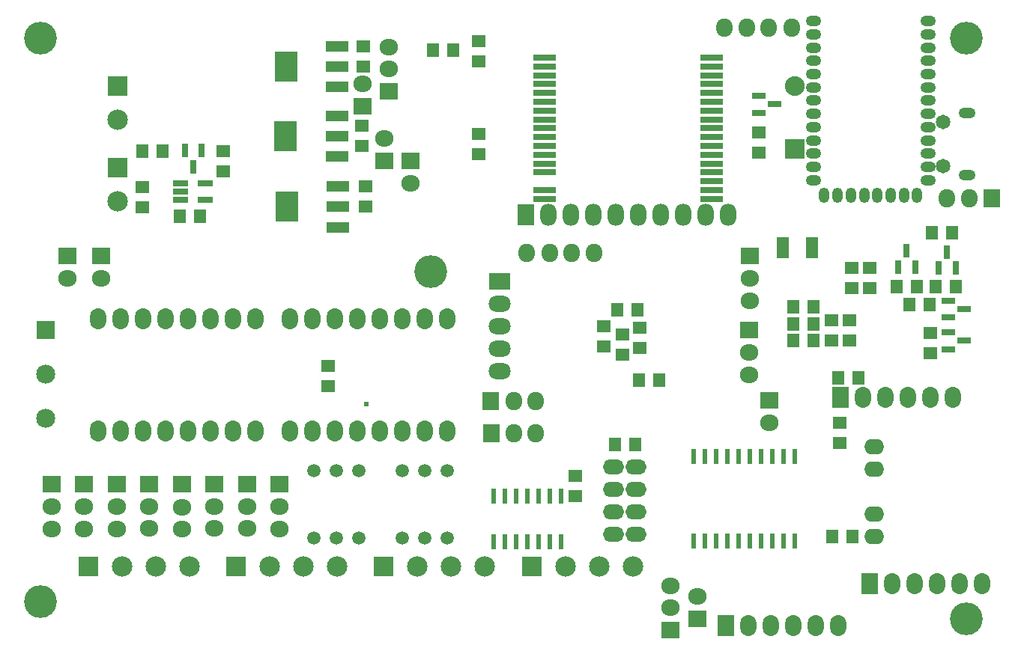
<source format=gbs>
G04*
G04 #@! TF.GenerationSoftware,Altium Limited,Altium Designer,18.1.6 (161)*
G04*
G04 Layer_Color=16711935*
%FSTAX24Y24*%
%MOIN*%
G70*
G01*
G75*
%ADD45R,0.0580X0.0630*%
%ADD47R,0.0630X0.0580*%
%ADD56O,0.0880X0.0680*%
%ADD58O,0.0480X0.0680*%
%ADD59O,0.0680X0.0480*%
%ADD63R,0.0230X0.0230*%
%ADD64R,0.0830X0.0730*%
%ADD65O,0.0830X0.0730*%
%ADD66C,0.1460*%
%ADD67R,0.0730X0.0930*%
%ADD68O,0.0730X0.0930*%
%ADD69R,0.0907X0.0907*%
%ADD70C,0.0907*%
%ADD71O,0.0730X0.0830*%
%ADD72R,0.0730X0.0830*%
%ADD73C,0.0592*%
%ADD74O,0.0940X0.0680*%
%ADD75O,0.0730X0.0980*%
%ADD76R,0.0730X0.0980*%
%ADD77O,0.0980X0.0730*%
%ADD78R,0.0980X0.0730*%
%ADD79C,0.0848*%
%ADD80R,0.0848X0.0848*%
%ADD81R,0.0907X0.0907*%
%ADD82C,0.0880*%
%ADD83R,0.0880X0.0880*%
%ADD84O,0.0750X0.0480*%
%ADD85C,0.0320*%
%ADD86C,0.0650*%
%ADD117R,0.0210X0.0710*%
%ADD118R,0.0210X0.0670*%
%ADD122R,0.1000X0.0256*%
%ADD123R,0.0300X0.0600*%
%ADD124R,0.0600X0.0300*%
%ADD125R,0.0580X0.0950*%
%ADD126R,0.0680X0.0290*%
%ADD127R,0.1025X0.1379*%
%ADD128R,0.1025X0.0474*%
D45*
X05285Y03543D02*
D03*
X05375D02*
D03*
X05394Y033014D02*
D03*
X05304D02*
D03*
X05185Y03221D02*
D03*
X05275D02*
D03*
X047578Y032104D02*
D03*
X046678D02*
D03*
X047578Y031354D02*
D03*
X046678D02*
D03*
X04871Y02894D02*
D03*
X04961D02*
D03*
X04934Y02187D02*
D03*
X04844D02*
D03*
X039747Y03197D02*
D03*
X038847D02*
D03*
X03965Y025969D02*
D03*
X03875D02*
D03*
X020289Y036146D02*
D03*
X019389D02*
D03*
X03155Y043546D02*
D03*
X03065D02*
D03*
X039818Y028844D02*
D03*
X040718D02*
D03*
X018639Y039046D02*
D03*
X017739D02*
D03*
X047578Y030604D02*
D03*
X046678D02*
D03*
X05129Y033014D02*
D03*
X05219D02*
D03*
D47*
X05279Y030954D02*
D03*
Y030054D02*
D03*
X04929Y033864D02*
D03*
Y032964D02*
D03*
X05009Y033864D02*
D03*
Y032964D02*
D03*
X04877Y02695D02*
D03*
Y02605D02*
D03*
X03825Y031244D02*
D03*
Y030344D02*
D03*
X03909Y029994D02*
D03*
Y030894D02*
D03*
X039865Y030289D02*
D03*
Y031189D02*
D03*
X037Y02367D02*
D03*
Y02457D02*
D03*
X02601Y02858D02*
D03*
Y02948D02*
D03*
X017739Y037446D02*
D03*
Y036546D02*
D03*
X02748Y03929D02*
D03*
Y04019D02*
D03*
X02765Y03657D02*
D03*
Y03747D02*
D03*
X02755Y04372D02*
D03*
Y04282D02*
D03*
X0327Y043946D02*
D03*
Y043046D02*
D03*
X032687Y03892D02*
D03*
Y03982D02*
D03*
X045164Y039D02*
D03*
Y0399D02*
D03*
X021339Y038146D02*
D03*
Y039046D02*
D03*
X048381Y031504D02*
D03*
Y030604D02*
D03*
X04919Y031504D02*
D03*
Y030604D02*
D03*
D56*
X0503Y02187D02*
D03*
Y02287D02*
D03*
Y02487D02*
D03*
Y02587D02*
D03*
D58*
X052208Y03707D02*
D03*
X051617D02*
D03*
X051027D02*
D03*
X050436D02*
D03*
X049846D02*
D03*
X049255D02*
D03*
X048665D02*
D03*
X048074D02*
D03*
D59*
X0527Y044846D02*
D03*
Y044255D02*
D03*
Y043664D02*
D03*
Y043074D02*
D03*
Y042483D02*
D03*
Y041893D02*
D03*
Y041302D02*
D03*
Y040712D02*
D03*
Y040121D02*
D03*
Y039531D02*
D03*
Y03894D02*
D03*
Y03835D02*
D03*
Y037759D02*
D03*
X047582D02*
D03*
Y03835D02*
D03*
Y03894D02*
D03*
Y039531D02*
D03*
Y040121D02*
D03*
Y040712D02*
D03*
Y041302D02*
D03*
Y041893D02*
D03*
Y042483D02*
D03*
Y043074D02*
D03*
Y043664D02*
D03*
Y044255D02*
D03*
Y044846D02*
D03*
D63*
X02771Y02778D02*
D03*
D64*
X02383Y02422D02*
D03*
X02238Y02423D02*
D03*
X02093D02*
D03*
X01948Y02421D02*
D03*
X01803Y02423D02*
D03*
X01659Y02422D02*
D03*
X01513Y02422D02*
D03*
X01368D02*
D03*
X04243Y01822D02*
D03*
X04124Y01771D02*
D03*
X01591Y03439D02*
D03*
X01441D02*
D03*
X02754Y04104D02*
D03*
X0287Y04171D02*
D03*
X0285Y03862D02*
D03*
X02965D02*
D03*
X04475Y03438D02*
D03*
X04474Y03109D02*
D03*
X04562Y02795D02*
D03*
D65*
X02383Y02321D02*
D03*
Y02223D02*
D03*
X02238Y02322D02*
D03*
Y02224D02*
D03*
X02093D02*
D03*
Y02322D02*
D03*
X01948Y02222D02*
D03*
Y0232D02*
D03*
X01803Y02224D02*
D03*
Y02322D02*
D03*
X01659Y02223D02*
D03*
Y02321D02*
D03*
X01513Y02223D02*
D03*
Y02321D02*
D03*
X01368D02*
D03*
Y02223D02*
D03*
X04243Y01923D02*
D03*
X04124Y0197D02*
D03*
Y01872D02*
D03*
X01591Y03338D02*
D03*
X01441D02*
D03*
X02754Y04205D02*
D03*
X0287Y0437D02*
D03*
Y04272D02*
D03*
X0285Y03963D02*
D03*
X02965Y03761D02*
D03*
X04475Y03239D02*
D03*
Y03337D02*
D03*
X04474Y03008D02*
D03*
Y0291D02*
D03*
X04562Y02694D02*
D03*
D66*
X03055Y0337D02*
D03*
X0544Y0441D02*
D03*
X01321D02*
D03*
Y01899D02*
D03*
X0544Y01822D02*
D03*
D67*
X0437Y01791D02*
D03*
X04879Y02807D02*
D03*
X05008Y01977D02*
D03*
D68*
X0447Y01791D02*
D03*
X0457D02*
D03*
X0467D02*
D03*
X0477D02*
D03*
X0487D02*
D03*
X05379Y02807D02*
D03*
X05279D02*
D03*
X05179D02*
D03*
X05079D02*
D03*
X04979D02*
D03*
X05508Y01977D02*
D03*
X05308D02*
D03*
X05208D02*
D03*
X05108D02*
D03*
X05408D02*
D03*
X02431Y02658D02*
D03*
X02531D02*
D03*
X02631D02*
D03*
X02731D02*
D03*
X02831D02*
D03*
X02931D02*
D03*
X03031D02*
D03*
X03131D02*
D03*
Y03158D02*
D03*
X03031D02*
D03*
X02931D02*
D03*
X02831D02*
D03*
X02731D02*
D03*
X02631D02*
D03*
X02531D02*
D03*
X02431D02*
D03*
X01576Y02658D02*
D03*
X01676D02*
D03*
X01776D02*
D03*
X01876D02*
D03*
X01976D02*
D03*
X02076D02*
D03*
X02176D02*
D03*
X02276D02*
D03*
Y03158D02*
D03*
X02176D02*
D03*
X02076D02*
D03*
X01976D02*
D03*
X01876D02*
D03*
X01776D02*
D03*
X01676D02*
D03*
X01576D02*
D03*
D69*
X02189Y020539D02*
D03*
X01532D02*
D03*
X02847D02*
D03*
X03505D02*
D03*
D70*
X02339D02*
D03*
X02489D02*
D03*
X02639D02*
D03*
X01982D02*
D03*
X01832D02*
D03*
X01682D02*
D03*
X02997D02*
D03*
X03147D02*
D03*
X03297D02*
D03*
X03655D02*
D03*
X03805D02*
D03*
X03955D02*
D03*
X01664Y036834D02*
D03*
Y04045D02*
D03*
D71*
X03523Y02793D02*
D03*
X03425D02*
D03*
X03524Y02649D02*
D03*
X03426D02*
D03*
X03784Y03452D02*
D03*
X03683D02*
D03*
X03585D02*
D03*
X03484D02*
D03*
X04662Y04454D02*
D03*
X04561D02*
D03*
X04463D02*
D03*
X04362D02*
D03*
X05354Y03696D02*
D03*
X05452D02*
D03*
D72*
X03324Y02793D02*
D03*
X03325Y02649D02*
D03*
X05553Y03696D02*
D03*
D73*
X0293Y02481D02*
D03*
X0303D02*
D03*
X0313D02*
D03*
Y02181D02*
D03*
X0303D02*
D03*
X0293D02*
D03*
X02536Y02481D02*
D03*
X02636D02*
D03*
X02736D02*
D03*
Y02181D02*
D03*
X02636D02*
D03*
X02536D02*
D03*
D74*
X03869Y02497D02*
D03*
X03969D02*
D03*
X03869Y02397D02*
D03*
X03969D02*
D03*
X03869Y02297D02*
D03*
X03969D02*
D03*
X03869Y02197D02*
D03*
X03969D02*
D03*
D75*
X0418Y03622D02*
D03*
X0398D02*
D03*
X0378D02*
D03*
X0368D02*
D03*
X0358D02*
D03*
X0388D02*
D03*
X0408D02*
D03*
X0428D02*
D03*
X0438D02*
D03*
D76*
X0348D02*
D03*
D77*
X03363Y03024D02*
D03*
Y03124D02*
D03*
Y03224D02*
D03*
Y02924D02*
D03*
D78*
Y03324D02*
D03*
D79*
X01343Y027162D02*
D03*
Y02913D02*
D03*
D80*
Y031098D02*
D03*
D81*
X01664Y038334D02*
D03*
Y04195D02*
D03*
D82*
X04676Y041947D02*
D03*
D83*
Y03916D02*
D03*
D84*
X05444Y040752D02*
D03*
Y037996D02*
D03*
D85*
X054575Y040752D02*
D03*
X054305D02*
D03*
X054575Y037996D02*
D03*
X054305D02*
D03*
D86*
X053377Y040358D02*
D03*
Y038389D02*
D03*
D117*
X04225Y02545D02*
D03*
X04275D02*
D03*
X04325D02*
D03*
X04375D02*
D03*
X04425D02*
D03*
X04475D02*
D03*
X04525D02*
D03*
X04575D02*
D03*
X04625D02*
D03*
X04675D02*
D03*
Y02169D02*
D03*
X04625D02*
D03*
X04575D02*
D03*
X04525D02*
D03*
X04475D02*
D03*
X04425D02*
D03*
X04375D02*
D03*
X04325D02*
D03*
X04275D02*
D03*
X04225D02*
D03*
D118*
X03635Y023695D02*
D03*
X03585D02*
D03*
X03535D02*
D03*
X03485D02*
D03*
X03435D02*
D03*
X03385D02*
D03*
X03335D02*
D03*
Y021645D02*
D03*
X03385D02*
D03*
X03435D02*
D03*
X03485D02*
D03*
X03535D02*
D03*
X03585D02*
D03*
X03635D02*
D03*
D122*
X04305Y04322D02*
D03*
Y042826D02*
D03*
Y042432D02*
D03*
Y042039D02*
D03*
Y041645D02*
D03*
Y041251D02*
D03*
Y040857D02*
D03*
Y040464D02*
D03*
Y04007D02*
D03*
Y039676D02*
D03*
Y039283D02*
D03*
Y038889D02*
D03*
Y038495D02*
D03*
Y038102D02*
D03*
Y037708D02*
D03*
Y037314D02*
D03*
Y03692D02*
D03*
X035633D02*
D03*
Y037314D02*
D03*
Y038102D02*
D03*
Y038495D02*
D03*
Y038889D02*
D03*
Y039283D02*
D03*
Y039676D02*
D03*
Y04007D02*
D03*
Y040464D02*
D03*
Y040857D02*
D03*
Y041251D02*
D03*
Y041645D02*
D03*
Y042039D02*
D03*
Y042432D02*
D03*
Y042826D02*
D03*
Y04322D02*
D03*
D123*
X053915Y033842D02*
D03*
X053165D02*
D03*
X05354Y034548D02*
D03*
X052115Y033898D02*
D03*
X051365D02*
D03*
X05174Y034603D02*
D03*
X019614Y039068D02*
D03*
X020364D02*
D03*
X019989Y038362D02*
D03*
D124*
X054294Y03202D02*
D03*
X053588Y032395D02*
D03*
Y031645D02*
D03*
X054294Y030603D02*
D03*
X053588Y030978D02*
D03*
Y030228D02*
D03*
X045854Y041137D02*
D03*
X045148Y041512D02*
D03*
Y040762D02*
D03*
D125*
X04754Y034754D02*
D03*
X04624D02*
D03*
D126*
X019442Y036872D02*
D03*
Y037246D02*
D03*
Y03762D02*
D03*
X020537Y036872D02*
D03*
Y03762D02*
D03*
D127*
X024158Y03657D02*
D03*
X024108Y03972D02*
D03*
X024117Y04282D02*
D03*
D128*
X026442Y035664D02*
D03*
Y03657D02*
D03*
Y037475D02*
D03*
X026392Y038814D02*
D03*
Y03972D02*
D03*
Y040625D02*
D03*
X0264Y041914D02*
D03*
Y04282D02*
D03*
Y043725D02*
D03*
M02*

</source>
